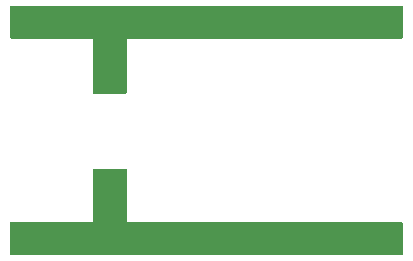
<source format=gbr>
%TF.GenerationSoftware,KiCad,Pcbnew,(6.0.9)*%
%TF.CreationDate,2023-04-18T10:07:27+02:00*%
%TF.ProjectId,midi-biels-2,6d696469-2d62-4696-956c-732d322e6b69,rev?*%
%TF.SameCoordinates,Original*%
%TF.FileFunction,Paste,Top*%
%TF.FilePolarity,Positive*%
%FSLAX46Y46*%
G04 Gerber Fmt 4.6, Leading zero omitted, Abs format (unit mm)*
G04 Created by KiCad (PCBNEW (6.0.9)) date 2023-04-18 10:07:27*
%MOMM*%
%LPD*%
G01*
G04 APERTURE LIST*
G04 APERTURE END LIST*
G36*
X54992121Y-59020002D02*
G01*
X55038614Y-59073658D01*
X55050000Y-59126000D01*
X55050000Y-63481885D01*
X55054475Y-63497124D01*
X55055865Y-63498329D01*
X55063548Y-63500000D01*
X78324000Y-63500000D01*
X78392121Y-63520002D01*
X78438614Y-63573658D01*
X78450000Y-63626000D01*
X78450000Y-66174000D01*
X78429998Y-66242121D01*
X78376342Y-66288614D01*
X78324000Y-66300000D01*
X45276000Y-66300000D01*
X45207879Y-66279998D01*
X45161386Y-66226342D01*
X45150000Y-66174000D01*
X45150000Y-63626000D01*
X45170002Y-63557879D01*
X45223658Y-63511386D01*
X45276000Y-63500000D01*
X52131885Y-63500000D01*
X52147124Y-63495525D01*
X52148329Y-63494135D01*
X52150000Y-63486452D01*
X52150000Y-59126000D01*
X52170002Y-59057879D01*
X52223658Y-59011386D01*
X52276000Y-59000000D01*
X54924000Y-59000000D01*
X54992121Y-59020002D01*
G37*
G36*
X78389851Y-45220002D02*
G01*
X78436344Y-45273658D01*
X78447710Y-45328250D01*
X78402210Y-47876250D01*
X78380995Y-47944002D01*
X78326518Y-47989530D01*
X78276230Y-48000000D01*
X55068115Y-48000000D01*
X55052876Y-48004475D01*
X55051671Y-48005865D01*
X55050000Y-48013548D01*
X55050000Y-52524000D01*
X55029998Y-52592121D01*
X54976342Y-52638614D01*
X54924000Y-52650000D01*
X52276000Y-52650000D01*
X52207879Y-52629998D01*
X52161386Y-52576342D01*
X52150000Y-52524000D01*
X52150000Y-48018115D01*
X52145525Y-48002876D01*
X52144135Y-48001671D01*
X52136452Y-48000000D01*
X45276000Y-48000000D01*
X45207879Y-47979998D01*
X45161386Y-47926342D01*
X45150000Y-47874000D01*
X45150000Y-45326000D01*
X45170002Y-45257879D01*
X45223658Y-45211386D01*
X45276000Y-45200000D01*
X78321730Y-45200000D01*
X78389851Y-45220002D01*
G37*
M02*

</source>
